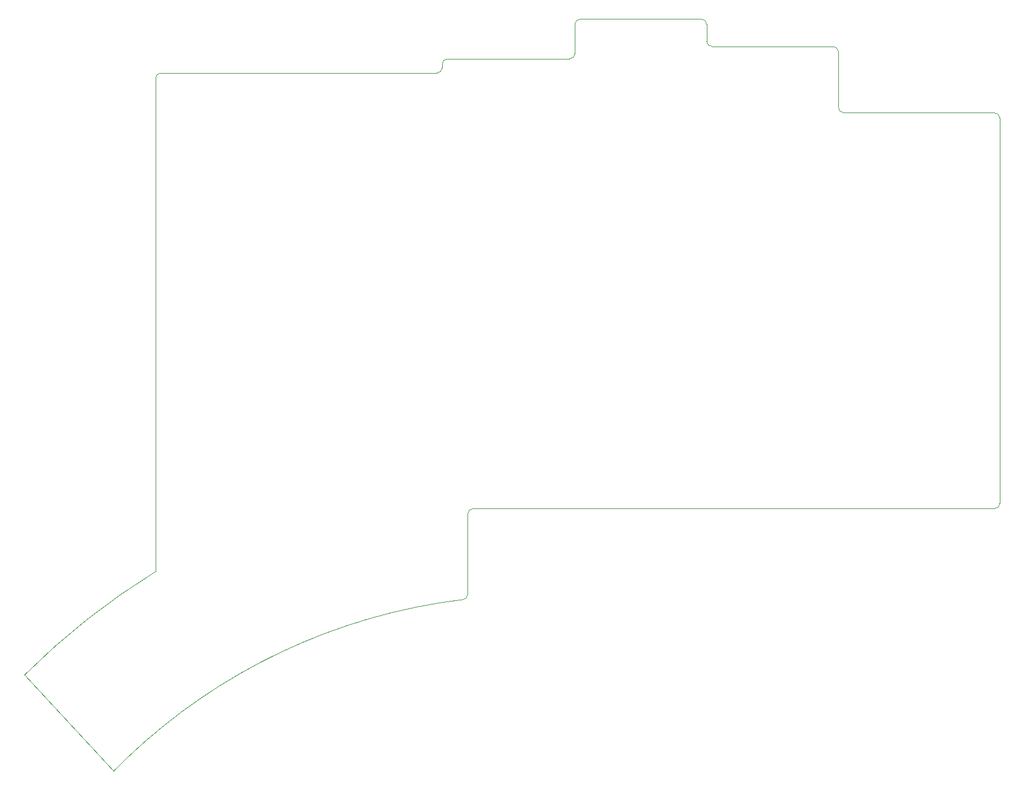
<source format=gbr>
%TF.GenerationSoftware,KiCad,Pcbnew,(5.1.7)-1*%
%TF.CreationDate,2021-04-13T17:18:51+05:30*%
%TF.ProjectId,Pteron56v0,50746572-6f6e-4353-9676-302e6b696361,rev?*%
%TF.SameCoordinates,Original*%
%TF.FileFunction,Profile,NP*%
%FSLAX46Y46*%
G04 Gerber Fmt 4.6, Leading zero omitted, Abs format (unit mm)*
G04 Created by KiCad (PCBNEW (5.1.7)-1) date 2021-04-13 17:18:51*
%MOMM*%
%LPD*%
G01*
G04 APERTURE LIST*
%TA.AperFunction,Profile*%
%ADD10C,0.050000*%
%TD*%
G04 APERTURE END LIST*
D10*
X206375000Y-106299000D02*
X210375000Y-106299000D01*
X206375000Y-49403000D02*
X210375000Y-49403000D01*
X71076237Y-130207471D02*
X83878669Y-144009293D01*
X71076237Y-130207471D02*
G75*
G02*
X89889001Y-115354101I73030663J-73157629D01*
G01*
X89889000Y-44450000D02*
X89889000Y-115354100D01*
X90651000Y-43688000D02*
X103251000Y-43688000D01*
X211137000Y-50165000D02*
X211137000Y-105537000D01*
X83878669Y-144009292D02*
G75*
G02*
X85763282Y-142153111I60291731J-59330408D01*
G01*
X169037000Y-36703000D02*
X169037000Y-39116000D01*
X134730000Y-118618000D02*
X134730000Y-117983000D01*
X85763281Y-142153110D02*
G75*
G02*
X133968001Y-119380001I58381719J-61173890D01*
G01*
X135492000Y-106299000D02*
X145542000Y-106299000D01*
X181610000Y-106299000D02*
X206375000Y-106299000D01*
X205613000Y-49403000D02*
X206375000Y-49403000D01*
X210375000Y-49403000D02*
G75*
G02*
X211137000Y-50165000I0J-762000D01*
G01*
X211137000Y-105537000D02*
G75*
G02*
X210375000Y-106299000I-762000J0D01*
G01*
X145542000Y-106299000D02*
X181610000Y-106299000D01*
X134730000Y-107061000D02*
X134730000Y-117983000D01*
X134730000Y-107061000D02*
G75*
G02*
X135492000Y-106299000I762000J0D01*
G01*
X134730000Y-118618000D02*
G75*
G02*
X133968000Y-119380000I-762000J0D01*
G01*
X89889000Y-44450000D02*
G75*
G02*
X90651000Y-43688000I762000J0D01*
G01*
X130302000Y-43688000D02*
X103251000Y-43688000D01*
X150114000Y-40894000D02*
X150114000Y-36703000D01*
X131826000Y-41656000D02*
X149352000Y-41656000D01*
X131064000Y-42418000D02*
X131064000Y-42926000D01*
X131064000Y-42926000D02*
G75*
G02*
X130302000Y-43688000I-762000J0D01*
G01*
X131064000Y-42418000D02*
G75*
G02*
X131826000Y-41656000I762000J0D01*
G01*
X150114000Y-40894000D02*
G75*
G02*
X149352000Y-41656000I-762000J0D01*
G01*
X150114000Y-36703000D02*
G75*
G02*
X150876000Y-35941000I762000J0D01*
G01*
X168275000Y-35941000D02*
X150876000Y-35941000D01*
X168275000Y-35941000D02*
G75*
G02*
X169037000Y-36703000I0J-762000D01*
G01*
X169799000Y-39878000D02*
G75*
G02*
X169037000Y-39116000I0J762000D01*
G01*
X187198000Y-39878000D02*
X169799000Y-39878000D01*
X187198000Y-39878000D02*
G75*
G02*
X187960000Y-40640000I0J-762000D01*
G01*
X187960000Y-48641000D02*
X187960000Y-40640000D01*
X188722000Y-49403000D02*
X189357000Y-49403000D01*
X188722000Y-49403000D02*
G75*
G02*
X187960000Y-48641000I0J762000D01*
G01*
X205613000Y-49403000D02*
X189357000Y-49403000D01*
M02*

</source>
